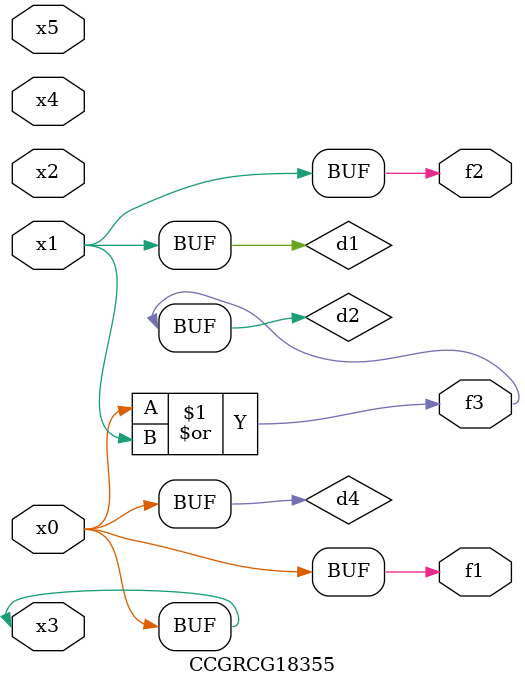
<source format=v>
module CCGRCG18355(
	input x0, x1, x2, x3, x4, x5,
	output f1, f2, f3
);

	wire d1, d2, d3, d4;

	and (d1, x1);
	or (d2, x0, x1);
	nand (d3, x0, x5);
	buf (d4, x0, x3);
	assign f1 = d4;
	assign f2 = d1;
	assign f3 = d2;
endmodule

</source>
